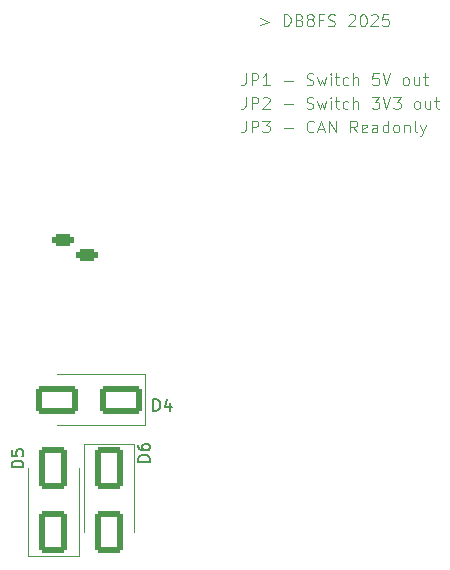
<source format=gbr>
%TF.GenerationSoftware,KiCad,Pcbnew,9.0.1*%
%TF.CreationDate,2025-05-10T22:15:22+02:00*%
%TF.ProjectId,Workcross-ReverseCam,576f726b-6372-46f7-9373-2d5265766572,rev?*%
%TF.SameCoordinates,Original*%
%TF.FileFunction,Legend,Top*%
%TF.FilePolarity,Positive*%
%FSLAX46Y46*%
G04 Gerber Fmt 4.6, Leading zero omitted, Abs format (unit mm)*
G04 Created by KiCad (PCBNEW 9.0.1) date 2025-05-10 22:15:22*
%MOMM*%
%LPD*%
G01*
G04 APERTURE LIST*
G04 Aperture macros list*
%AMRoundRect*
0 Rectangle with rounded corners*
0 $1 Rounding radius*
0 $2 $3 $4 $5 $6 $7 $8 $9 X,Y pos of 4 corners*
0 Add a 4 corners polygon primitive as box body*
4,1,4,$2,$3,$4,$5,$6,$7,$8,$9,$2,$3,0*
0 Add four circle primitives for the rounded corners*
1,1,$1+$1,$2,$3*
1,1,$1+$1,$4,$5*
1,1,$1+$1,$6,$7*
1,1,$1+$1,$8,$9*
0 Add four rect primitives between the rounded corners*
20,1,$1+$1,$2,$3,$4,$5,0*
20,1,$1+$1,$4,$5,$6,$7,0*
20,1,$1+$1,$6,$7,$8,$9,0*
20,1,$1+$1,$8,$9,$2,$3,0*%
G04 Aperture macros list end*
%ADD10C,0.100000*%
%ADD11C,0.150000*%
%ADD12C,0.120000*%
%ADD13RoundRect,0.250000X0.900000X-1.500000X0.900000X1.500000X-0.900000X1.500000X-0.900000X-1.500000X0*%
%ADD14RoundRect,0.250000X-0.900000X1.500000X-0.900000X-1.500000X0.900000X-1.500000X0.900000X1.500000X0*%
%ADD15RoundRect,0.250000X1.500000X0.900000X-1.500000X0.900000X-1.500000X-0.900000X1.500000X-0.900000X0*%
%ADD16C,1.400000*%
%ADD17R,1.700000X1.700000*%
%ADD18C,1.700000*%
%ADD19RoundRect,0.250000X-0.845000X0.620000X-0.845000X-0.620000X0.845000X-0.620000X0.845000X0.620000X0*%
%ADD20O,2.190000X1.740000*%
%ADD21R,1.800000X1.100000*%
%ADD22RoundRect,0.275000X0.625000X-0.275000X0.625000X0.275000X-0.625000X0.275000X-0.625000X-0.275000X0*%
%ADD23R,2.200000X2.200000*%
%ADD24O,2.200000X2.200000*%
%ADD25R,1.800000X1.800000*%
%ADD26O,1.800000X1.800000*%
G04 APERTURE END LIST*
D10*
X143589598Y-62872419D02*
X143589598Y-63586704D01*
X143589598Y-63586704D02*
X143541979Y-63729561D01*
X143541979Y-63729561D02*
X143446741Y-63824800D01*
X143446741Y-63824800D02*
X143303884Y-63872419D01*
X143303884Y-63872419D02*
X143208646Y-63872419D01*
X144065789Y-63872419D02*
X144065789Y-62872419D01*
X144065789Y-62872419D02*
X144446741Y-62872419D01*
X144446741Y-62872419D02*
X144541979Y-62920038D01*
X144541979Y-62920038D02*
X144589598Y-62967657D01*
X144589598Y-62967657D02*
X144637217Y-63062895D01*
X144637217Y-63062895D02*
X144637217Y-63205752D01*
X144637217Y-63205752D02*
X144589598Y-63300990D01*
X144589598Y-63300990D02*
X144541979Y-63348609D01*
X144541979Y-63348609D02*
X144446741Y-63396228D01*
X144446741Y-63396228D02*
X144065789Y-63396228D01*
X144970551Y-62872419D02*
X145589598Y-62872419D01*
X145589598Y-62872419D02*
X145256265Y-63253371D01*
X145256265Y-63253371D02*
X145399122Y-63253371D01*
X145399122Y-63253371D02*
X145494360Y-63300990D01*
X145494360Y-63300990D02*
X145541979Y-63348609D01*
X145541979Y-63348609D02*
X145589598Y-63443847D01*
X145589598Y-63443847D02*
X145589598Y-63681942D01*
X145589598Y-63681942D02*
X145541979Y-63777180D01*
X145541979Y-63777180D02*
X145494360Y-63824800D01*
X145494360Y-63824800D02*
X145399122Y-63872419D01*
X145399122Y-63872419D02*
X145113408Y-63872419D01*
X145113408Y-63872419D02*
X145018170Y-63824800D01*
X145018170Y-63824800D02*
X144970551Y-63777180D01*
X146780075Y-63491466D02*
X147541980Y-63491466D01*
X149351503Y-63777180D02*
X149303884Y-63824800D01*
X149303884Y-63824800D02*
X149161027Y-63872419D01*
X149161027Y-63872419D02*
X149065789Y-63872419D01*
X149065789Y-63872419D02*
X148922932Y-63824800D01*
X148922932Y-63824800D02*
X148827694Y-63729561D01*
X148827694Y-63729561D02*
X148780075Y-63634323D01*
X148780075Y-63634323D02*
X148732456Y-63443847D01*
X148732456Y-63443847D02*
X148732456Y-63300990D01*
X148732456Y-63300990D02*
X148780075Y-63110514D01*
X148780075Y-63110514D02*
X148827694Y-63015276D01*
X148827694Y-63015276D02*
X148922932Y-62920038D01*
X148922932Y-62920038D02*
X149065789Y-62872419D01*
X149065789Y-62872419D02*
X149161027Y-62872419D01*
X149161027Y-62872419D02*
X149303884Y-62920038D01*
X149303884Y-62920038D02*
X149351503Y-62967657D01*
X149732456Y-63586704D02*
X150208646Y-63586704D01*
X149637218Y-63872419D02*
X149970551Y-62872419D01*
X149970551Y-62872419D02*
X150303884Y-63872419D01*
X150637218Y-63872419D02*
X150637218Y-62872419D01*
X150637218Y-62872419D02*
X151208646Y-63872419D01*
X151208646Y-63872419D02*
X151208646Y-62872419D01*
X153018170Y-63872419D02*
X152684837Y-63396228D01*
X152446742Y-63872419D02*
X152446742Y-62872419D01*
X152446742Y-62872419D02*
X152827694Y-62872419D01*
X152827694Y-62872419D02*
X152922932Y-62920038D01*
X152922932Y-62920038D02*
X152970551Y-62967657D01*
X152970551Y-62967657D02*
X153018170Y-63062895D01*
X153018170Y-63062895D02*
X153018170Y-63205752D01*
X153018170Y-63205752D02*
X152970551Y-63300990D01*
X152970551Y-63300990D02*
X152922932Y-63348609D01*
X152922932Y-63348609D02*
X152827694Y-63396228D01*
X152827694Y-63396228D02*
X152446742Y-63396228D01*
X153827694Y-63824800D02*
X153732456Y-63872419D01*
X153732456Y-63872419D02*
X153541980Y-63872419D01*
X153541980Y-63872419D02*
X153446742Y-63824800D01*
X153446742Y-63824800D02*
X153399123Y-63729561D01*
X153399123Y-63729561D02*
X153399123Y-63348609D01*
X153399123Y-63348609D02*
X153446742Y-63253371D01*
X153446742Y-63253371D02*
X153541980Y-63205752D01*
X153541980Y-63205752D02*
X153732456Y-63205752D01*
X153732456Y-63205752D02*
X153827694Y-63253371D01*
X153827694Y-63253371D02*
X153875313Y-63348609D01*
X153875313Y-63348609D02*
X153875313Y-63443847D01*
X153875313Y-63443847D02*
X153399123Y-63539085D01*
X154732456Y-63872419D02*
X154732456Y-63348609D01*
X154732456Y-63348609D02*
X154684837Y-63253371D01*
X154684837Y-63253371D02*
X154589599Y-63205752D01*
X154589599Y-63205752D02*
X154399123Y-63205752D01*
X154399123Y-63205752D02*
X154303885Y-63253371D01*
X154732456Y-63824800D02*
X154637218Y-63872419D01*
X154637218Y-63872419D02*
X154399123Y-63872419D01*
X154399123Y-63872419D02*
X154303885Y-63824800D01*
X154303885Y-63824800D02*
X154256266Y-63729561D01*
X154256266Y-63729561D02*
X154256266Y-63634323D01*
X154256266Y-63634323D02*
X154303885Y-63539085D01*
X154303885Y-63539085D02*
X154399123Y-63491466D01*
X154399123Y-63491466D02*
X154637218Y-63491466D01*
X154637218Y-63491466D02*
X154732456Y-63443847D01*
X155637218Y-63872419D02*
X155637218Y-62872419D01*
X155637218Y-63824800D02*
X155541980Y-63872419D01*
X155541980Y-63872419D02*
X155351504Y-63872419D01*
X155351504Y-63872419D02*
X155256266Y-63824800D01*
X155256266Y-63824800D02*
X155208647Y-63777180D01*
X155208647Y-63777180D02*
X155161028Y-63681942D01*
X155161028Y-63681942D02*
X155161028Y-63396228D01*
X155161028Y-63396228D02*
X155208647Y-63300990D01*
X155208647Y-63300990D02*
X155256266Y-63253371D01*
X155256266Y-63253371D02*
X155351504Y-63205752D01*
X155351504Y-63205752D02*
X155541980Y-63205752D01*
X155541980Y-63205752D02*
X155637218Y-63253371D01*
X156256266Y-63872419D02*
X156161028Y-63824800D01*
X156161028Y-63824800D02*
X156113409Y-63777180D01*
X156113409Y-63777180D02*
X156065790Y-63681942D01*
X156065790Y-63681942D02*
X156065790Y-63396228D01*
X156065790Y-63396228D02*
X156113409Y-63300990D01*
X156113409Y-63300990D02*
X156161028Y-63253371D01*
X156161028Y-63253371D02*
X156256266Y-63205752D01*
X156256266Y-63205752D02*
X156399123Y-63205752D01*
X156399123Y-63205752D02*
X156494361Y-63253371D01*
X156494361Y-63253371D02*
X156541980Y-63300990D01*
X156541980Y-63300990D02*
X156589599Y-63396228D01*
X156589599Y-63396228D02*
X156589599Y-63681942D01*
X156589599Y-63681942D02*
X156541980Y-63777180D01*
X156541980Y-63777180D02*
X156494361Y-63824800D01*
X156494361Y-63824800D02*
X156399123Y-63872419D01*
X156399123Y-63872419D02*
X156256266Y-63872419D01*
X157018171Y-63205752D02*
X157018171Y-63872419D01*
X157018171Y-63300990D02*
X157065790Y-63253371D01*
X157065790Y-63253371D02*
X157161028Y-63205752D01*
X157161028Y-63205752D02*
X157303885Y-63205752D01*
X157303885Y-63205752D02*
X157399123Y-63253371D01*
X157399123Y-63253371D02*
X157446742Y-63348609D01*
X157446742Y-63348609D02*
X157446742Y-63872419D01*
X158065790Y-63872419D02*
X157970552Y-63824800D01*
X157970552Y-63824800D02*
X157922933Y-63729561D01*
X157922933Y-63729561D02*
X157922933Y-62872419D01*
X158351505Y-63205752D02*
X158589600Y-63872419D01*
X158827695Y-63205752D02*
X158589600Y-63872419D01*
X158589600Y-63872419D02*
X158494362Y-64110514D01*
X158494362Y-64110514D02*
X158446743Y-64158133D01*
X158446743Y-64158133D02*
X158351505Y-64205752D01*
X144803884Y-54205752D02*
X145565789Y-54491466D01*
X145565789Y-54491466D02*
X144803884Y-54777180D01*
X146803884Y-54872419D02*
X146803884Y-53872419D01*
X146803884Y-53872419D02*
X147041979Y-53872419D01*
X147041979Y-53872419D02*
X147184836Y-53920038D01*
X147184836Y-53920038D02*
X147280074Y-54015276D01*
X147280074Y-54015276D02*
X147327693Y-54110514D01*
X147327693Y-54110514D02*
X147375312Y-54300990D01*
X147375312Y-54300990D02*
X147375312Y-54443847D01*
X147375312Y-54443847D02*
X147327693Y-54634323D01*
X147327693Y-54634323D02*
X147280074Y-54729561D01*
X147280074Y-54729561D02*
X147184836Y-54824800D01*
X147184836Y-54824800D02*
X147041979Y-54872419D01*
X147041979Y-54872419D02*
X146803884Y-54872419D01*
X148137217Y-54348609D02*
X148280074Y-54396228D01*
X148280074Y-54396228D02*
X148327693Y-54443847D01*
X148327693Y-54443847D02*
X148375312Y-54539085D01*
X148375312Y-54539085D02*
X148375312Y-54681942D01*
X148375312Y-54681942D02*
X148327693Y-54777180D01*
X148327693Y-54777180D02*
X148280074Y-54824800D01*
X148280074Y-54824800D02*
X148184836Y-54872419D01*
X148184836Y-54872419D02*
X147803884Y-54872419D01*
X147803884Y-54872419D02*
X147803884Y-53872419D01*
X147803884Y-53872419D02*
X148137217Y-53872419D01*
X148137217Y-53872419D02*
X148232455Y-53920038D01*
X148232455Y-53920038D02*
X148280074Y-53967657D01*
X148280074Y-53967657D02*
X148327693Y-54062895D01*
X148327693Y-54062895D02*
X148327693Y-54158133D01*
X148327693Y-54158133D02*
X148280074Y-54253371D01*
X148280074Y-54253371D02*
X148232455Y-54300990D01*
X148232455Y-54300990D02*
X148137217Y-54348609D01*
X148137217Y-54348609D02*
X147803884Y-54348609D01*
X148946741Y-54300990D02*
X148851503Y-54253371D01*
X148851503Y-54253371D02*
X148803884Y-54205752D01*
X148803884Y-54205752D02*
X148756265Y-54110514D01*
X148756265Y-54110514D02*
X148756265Y-54062895D01*
X148756265Y-54062895D02*
X148803884Y-53967657D01*
X148803884Y-53967657D02*
X148851503Y-53920038D01*
X148851503Y-53920038D02*
X148946741Y-53872419D01*
X148946741Y-53872419D02*
X149137217Y-53872419D01*
X149137217Y-53872419D02*
X149232455Y-53920038D01*
X149232455Y-53920038D02*
X149280074Y-53967657D01*
X149280074Y-53967657D02*
X149327693Y-54062895D01*
X149327693Y-54062895D02*
X149327693Y-54110514D01*
X149327693Y-54110514D02*
X149280074Y-54205752D01*
X149280074Y-54205752D02*
X149232455Y-54253371D01*
X149232455Y-54253371D02*
X149137217Y-54300990D01*
X149137217Y-54300990D02*
X148946741Y-54300990D01*
X148946741Y-54300990D02*
X148851503Y-54348609D01*
X148851503Y-54348609D02*
X148803884Y-54396228D01*
X148803884Y-54396228D02*
X148756265Y-54491466D01*
X148756265Y-54491466D02*
X148756265Y-54681942D01*
X148756265Y-54681942D02*
X148803884Y-54777180D01*
X148803884Y-54777180D02*
X148851503Y-54824800D01*
X148851503Y-54824800D02*
X148946741Y-54872419D01*
X148946741Y-54872419D02*
X149137217Y-54872419D01*
X149137217Y-54872419D02*
X149232455Y-54824800D01*
X149232455Y-54824800D02*
X149280074Y-54777180D01*
X149280074Y-54777180D02*
X149327693Y-54681942D01*
X149327693Y-54681942D02*
X149327693Y-54491466D01*
X149327693Y-54491466D02*
X149280074Y-54396228D01*
X149280074Y-54396228D02*
X149232455Y-54348609D01*
X149232455Y-54348609D02*
X149137217Y-54300990D01*
X150089598Y-54348609D02*
X149756265Y-54348609D01*
X149756265Y-54872419D02*
X149756265Y-53872419D01*
X149756265Y-53872419D02*
X150232455Y-53872419D01*
X150565789Y-54824800D02*
X150708646Y-54872419D01*
X150708646Y-54872419D02*
X150946741Y-54872419D01*
X150946741Y-54872419D02*
X151041979Y-54824800D01*
X151041979Y-54824800D02*
X151089598Y-54777180D01*
X151089598Y-54777180D02*
X151137217Y-54681942D01*
X151137217Y-54681942D02*
X151137217Y-54586704D01*
X151137217Y-54586704D02*
X151089598Y-54491466D01*
X151089598Y-54491466D02*
X151041979Y-54443847D01*
X151041979Y-54443847D02*
X150946741Y-54396228D01*
X150946741Y-54396228D02*
X150756265Y-54348609D01*
X150756265Y-54348609D02*
X150661027Y-54300990D01*
X150661027Y-54300990D02*
X150613408Y-54253371D01*
X150613408Y-54253371D02*
X150565789Y-54158133D01*
X150565789Y-54158133D02*
X150565789Y-54062895D01*
X150565789Y-54062895D02*
X150613408Y-53967657D01*
X150613408Y-53967657D02*
X150661027Y-53920038D01*
X150661027Y-53920038D02*
X150756265Y-53872419D01*
X150756265Y-53872419D02*
X150994360Y-53872419D01*
X150994360Y-53872419D02*
X151137217Y-53920038D01*
X152280075Y-53967657D02*
X152327694Y-53920038D01*
X152327694Y-53920038D02*
X152422932Y-53872419D01*
X152422932Y-53872419D02*
X152661027Y-53872419D01*
X152661027Y-53872419D02*
X152756265Y-53920038D01*
X152756265Y-53920038D02*
X152803884Y-53967657D01*
X152803884Y-53967657D02*
X152851503Y-54062895D01*
X152851503Y-54062895D02*
X152851503Y-54158133D01*
X152851503Y-54158133D02*
X152803884Y-54300990D01*
X152803884Y-54300990D02*
X152232456Y-54872419D01*
X152232456Y-54872419D02*
X152851503Y-54872419D01*
X153470551Y-53872419D02*
X153565789Y-53872419D01*
X153565789Y-53872419D02*
X153661027Y-53920038D01*
X153661027Y-53920038D02*
X153708646Y-53967657D01*
X153708646Y-53967657D02*
X153756265Y-54062895D01*
X153756265Y-54062895D02*
X153803884Y-54253371D01*
X153803884Y-54253371D02*
X153803884Y-54491466D01*
X153803884Y-54491466D02*
X153756265Y-54681942D01*
X153756265Y-54681942D02*
X153708646Y-54777180D01*
X153708646Y-54777180D02*
X153661027Y-54824800D01*
X153661027Y-54824800D02*
X153565789Y-54872419D01*
X153565789Y-54872419D02*
X153470551Y-54872419D01*
X153470551Y-54872419D02*
X153375313Y-54824800D01*
X153375313Y-54824800D02*
X153327694Y-54777180D01*
X153327694Y-54777180D02*
X153280075Y-54681942D01*
X153280075Y-54681942D02*
X153232456Y-54491466D01*
X153232456Y-54491466D02*
X153232456Y-54253371D01*
X153232456Y-54253371D02*
X153280075Y-54062895D01*
X153280075Y-54062895D02*
X153327694Y-53967657D01*
X153327694Y-53967657D02*
X153375313Y-53920038D01*
X153375313Y-53920038D02*
X153470551Y-53872419D01*
X154184837Y-53967657D02*
X154232456Y-53920038D01*
X154232456Y-53920038D02*
X154327694Y-53872419D01*
X154327694Y-53872419D02*
X154565789Y-53872419D01*
X154565789Y-53872419D02*
X154661027Y-53920038D01*
X154661027Y-53920038D02*
X154708646Y-53967657D01*
X154708646Y-53967657D02*
X154756265Y-54062895D01*
X154756265Y-54062895D02*
X154756265Y-54158133D01*
X154756265Y-54158133D02*
X154708646Y-54300990D01*
X154708646Y-54300990D02*
X154137218Y-54872419D01*
X154137218Y-54872419D02*
X154756265Y-54872419D01*
X155661027Y-53872419D02*
X155184837Y-53872419D01*
X155184837Y-53872419D02*
X155137218Y-54348609D01*
X155137218Y-54348609D02*
X155184837Y-54300990D01*
X155184837Y-54300990D02*
X155280075Y-54253371D01*
X155280075Y-54253371D02*
X155518170Y-54253371D01*
X155518170Y-54253371D02*
X155613408Y-54300990D01*
X155613408Y-54300990D02*
X155661027Y-54348609D01*
X155661027Y-54348609D02*
X155708646Y-54443847D01*
X155708646Y-54443847D02*
X155708646Y-54681942D01*
X155708646Y-54681942D02*
X155661027Y-54777180D01*
X155661027Y-54777180D02*
X155613408Y-54824800D01*
X155613408Y-54824800D02*
X155518170Y-54872419D01*
X155518170Y-54872419D02*
X155280075Y-54872419D01*
X155280075Y-54872419D02*
X155184837Y-54824800D01*
X155184837Y-54824800D02*
X155137218Y-54777180D01*
X143589598Y-58872419D02*
X143589598Y-59586704D01*
X143589598Y-59586704D02*
X143541979Y-59729561D01*
X143541979Y-59729561D02*
X143446741Y-59824800D01*
X143446741Y-59824800D02*
X143303884Y-59872419D01*
X143303884Y-59872419D02*
X143208646Y-59872419D01*
X144065789Y-59872419D02*
X144065789Y-58872419D01*
X144065789Y-58872419D02*
X144446741Y-58872419D01*
X144446741Y-58872419D02*
X144541979Y-58920038D01*
X144541979Y-58920038D02*
X144589598Y-58967657D01*
X144589598Y-58967657D02*
X144637217Y-59062895D01*
X144637217Y-59062895D02*
X144637217Y-59205752D01*
X144637217Y-59205752D02*
X144589598Y-59300990D01*
X144589598Y-59300990D02*
X144541979Y-59348609D01*
X144541979Y-59348609D02*
X144446741Y-59396228D01*
X144446741Y-59396228D02*
X144065789Y-59396228D01*
X145589598Y-59872419D02*
X145018170Y-59872419D01*
X145303884Y-59872419D02*
X145303884Y-58872419D01*
X145303884Y-58872419D02*
X145208646Y-59015276D01*
X145208646Y-59015276D02*
X145113408Y-59110514D01*
X145113408Y-59110514D02*
X145018170Y-59158133D01*
X146780075Y-59491466D02*
X147541980Y-59491466D01*
X148732456Y-59824800D02*
X148875313Y-59872419D01*
X148875313Y-59872419D02*
X149113408Y-59872419D01*
X149113408Y-59872419D02*
X149208646Y-59824800D01*
X149208646Y-59824800D02*
X149256265Y-59777180D01*
X149256265Y-59777180D02*
X149303884Y-59681942D01*
X149303884Y-59681942D02*
X149303884Y-59586704D01*
X149303884Y-59586704D02*
X149256265Y-59491466D01*
X149256265Y-59491466D02*
X149208646Y-59443847D01*
X149208646Y-59443847D02*
X149113408Y-59396228D01*
X149113408Y-59396228D02*
X148922932Y-59348609D01*
X148922932Y-59348609D02*
X148827694Y-59300990D01*
X148827694Y-59300990D02*
X148780075Y-59253371D01*
X148780075Y-59253371D02*
X148732456Y-59158133D01*
X148732456Y-59158133D02*
X148732456Y-59062895D01*
X148732456Y-59062895D02*
X148780075Y-58967657D01*
X148780075Y-58967657D02*
X148827694Y-58920038D01*
X148827694Y-58920038D02*
X148922932Y-58872419D01*
X148922932Y-58872419D02*
X149161027Y-58872419D01*
X149161027Y-58872419D02*
X149303884Y-58920038D01*
X149637218Y-59205752D02*
X149827694Y-59872419D01*
X149827694Y-59872419D02*
X150018170Y-59396228D01*
X150018170Y-59396228D02*
X150208646Y-59872419D01*
X150208646Y-59872419D02*
X150399122Y-59205752D01*
X150780075Y-59872419D02*
X150780075Y-59205752D01*
X150780075Y-58872419D02*
X150732456Y-58920038D01*
X150732456Y-58920038D02*
X150780075Y-58967657D01*
X150780075Y-58967657D02*
X150827694Y-58920038D01*
X150827694Y-58920038D02*
X150780075Y-58872419D01*
X150780075Y-58872419D02*
X150780075Y-58967657D01*
X151113408Y-59205752D02*
X151494360Y-59205752D01*
X151256265Y-58872419D02*
X151256265Y-59729561D01*
X151256265Y-59729561D02*
X151303884Y-59824800D01*
X151303884Y-59824800D02*
X151399122Y-59872419D01*
X151399122Y-59872419D02*
X151494360Y-59872419D01*
X152256265Y-59824800D02*
X152161027Y-59872419D01*
X152161027Y-59872419D02*
X151970551Y-59872419D01*
X151970551Y-59872419D02*
X151875313Y-59824800D01*
X151875313Y-59824800D02*
X151827694Y-59777180D01*
X151827694Y-59777180D02*
X151780075Y-59681942D01*
X151780075Y-59681942D02*
X151780075Y-59396228D01*
X151780075Y-59396228D02*
X151827694Y-59300990D01*
X151827694Y-59300990D02*
X151875313Y-59253371D01*
X151875313Y-59253371D02*
X151970551Y-59205752D01*
X151970551Y-59205752D02*
X152161027Y-59205752D01*
X152161027Y-59205752D02*
X152256265Y-59253371D01*
X152684837Y-59872419D02*
X152684837Y-58872419D01*
X153113408Y-59872419D02*
X153113408Y-59348609D01*
X153113408Y-59348609D02*
X153065789Y-59253371D01*
X153065789Y-59253371D02*
X152970551Y-59205752D01*
X152970551Y-59205752D02*
X152827694Y-59205752D01*
X152827694Y-59205752D02*
X152732456Y-59253371D01*
X152732456Y-59253371D02*
X152684837Y-59300990D01*
X154827694Y-58872419D02*
X154351504Y-58872419D01*
X154351504Y-58872419D02*
X154303885Y-59348609D01*
X154303885Y-59348609D02*
X154351504Y-59300990D01*
X154351504Y-59300990D02*
X154446742Y-59253371D01*
X154446742Y-59253371D02*
X154684837Y-59253371D01*
X154684837Y-59253371D02*
X154780075Y-59300990D01*
X154780075Y-59300990D02*
X154827694Y-59348609D01*
X154827694Y-59348609D02*
X154875313Y-59443847D01*
X154875313Y-59443847D02*
X154875313Y-59681942D01*
X154875313Y-59681942D02*
X154827694Y-59777180D01*
X154827694Y-59777180D02*
X154780075Y-59824800D01*
X154780075Y-59824800D02*
X154684837Y-59872419D01*
X154684837Y-59872419D02*
X154446742Y-59872419D01*
X154446742Y-59872419D02*
X154351504Y-59824800D01*
X154351504Y-59824800D02*
X154303885Y-59777180D01*
X155161028Y-58872419D02*
X155494361Y-59872419D01*
X155494361Y-59872419D02*
X155827694Y-58872419D01*
X157065790Y-59872419D02*
X156970552Y-59824800D01*
X156970552Y-59824800D02*
X156922933Y-59777180D01*
X156922933Y-59777180D02*
X156875314Y-59681942D01*
X156875314Y-59681942D02*
X156875314Y-59396228D01*
X156875314Y-59396228D02*
X156922933Y-59300990D01*
X156922933Y-59300990D02*
X156970552Y-59253371D01*
X156970552Y-59253371D02*
X157065790Y-59205752D01*
X157065790Y-59205752D02*
X157208647Y-59205752D01*
X157208647Y-59205752D02*
X157303885Y-59253371D01*
X157303885Y-59253371D02*
X157351504Y-59300990D01*
X157351504Y-59300990D02*
X157399123Y-59396228D01*
X157399123Y-59396228D02*
X157399123Y-59681942D01*
X157399123Y-59681942D02*
X157351504Y-59777180D01*
X157351504Y-59777180D02*
X157303885Y-59824800D01*
X157303885Y-59824800D02*
X157208647Y-59872419D01*
X157208647Y-59872419D02*
X157065790Y-59872419D01*
X158256266Y-59205752D02*
X158256266Y-59872419D01*
X157827695Y-59205752D02*
X157827695Y-59729561D01*
X157827695Y-59729561D02*
X157875314Y-59824800D01*
X157875314Y-59824800D02*
X157970552Y-59872419D01*
X157970552Y-59872419D02*
X158113409Y-59872419D01*
X158113409Y-59872419D02*
X158208647Y-59824800D01*
X158208647Y-59824800D02*
X158256266Y-59777180D01*
X158589600Y-59205752D02*
X158970552Y-59205752D01*
X158732457Y-58872419D02*
X158732457Y-59729561D01*
X158732457Y-59729561D02*
X158780076Y-59824800D01*
X158780076Y-59824800D02*
X158875314Y-59872419D01*
X158875314Y-59872419D02*
X158970552Y-59872419D01*
X143589598Y-60872419D02*
X143589598Y-61586704D01*
X143589598Y-61586704D02*
X143541979Y-61729561D01*
X143541979Y-61729561D02*
X143446741Y-61824800D01*
X143446741Y-61824800D02*
X143303884Y-61872419D01*
X143303884Y-61872419D02*
X143208646Y-61872419D01*
X144065789Y-61872419D02*
X144065789Y-60872419D01*
X144065789Y-60872419D02*
X144446741Y-60872419D01*
X144446741Y-60872419D02*
X144541979Y-60920038D01*
X144541979Y-60920038D02*
X144589598Y-60967657D01*
X144589598Y-60967657D02*
X144637217Y-61062895D01*
X144637217Y-61062895D02*
X144637217Y-61205752D01*
X144637217Y-61205752D02*
X144589598Y-61300990D01*
X144589598Y-61300990D02*
X144541979Y-61348609D01*
X144541979Y-61348609D02*
X144446741Y-61396228D01*
X144446741Y-61396228D02*
X144065789Y-61396228D01*
X145018170Y-60967657D02*
X145065789Y-60920038D01*
X145065789Y-60920038D02*
X145161027Y-60872419D01*
X145161027Y-60872419D02*
X145399122Y-60872419D01*
X145399122Y-60872419D02*
X145494360Y-60920038D01*
X145494360Y-60920038D02*
X145541979Y-60967657D01*
X145541979Y-60967657D02*
X145589598Y-61062895D01*
X145589598Y-61062895D02*
X145589598Y-61158133D01*
X145589598Y-61158133D02*
X145541979Y-61300990D01*
X145541979Y-61300990D02*
X144970551Y-61872419D01*
X144970551Y-61872419D02*
X145589598Y-61872419D01*
X146780075Y-61491466D02*
X147541980Y-61491466D01*
X148732456Y-61824800D02*
X148875313Y-61872419D01*
X148875313Y-61872419D02*
X149113408Y-61872419D01*
X149113408Y-61872419D02*
X149208646Y-61824800D01*
X149208646Y-61824800D02*
X149256265Y-61777180D01*
X149256265Y-61777180D02*
X149303884Y-61681942D01*
X149303884Y-61681942D02*
X149303884Y-61586704D01*
X149303884Y-61586704D02*
X149256265Y-61491466D01*
X149256265Y-61491466D02*
X149208646Y-61443847D01*
X149208646Y-61443847D02*
X149113408Y-61396228D01*
X149113408Y-61396228D02*
X148922932Y-61348609D01*
X148922932Y-61348609D02*
X148827694Y-61300990D01*
X148827694Y-61300990D02*
X148780075Y-61253371D01*
X148780075Y-61253371D02*
X148732456Y-61158133D01*
X148732456Y-61158133D02*
X148732456Y-61062895D01*
X148732456Y-61062895D02*
X148780075Y-60967657D01*
X148780075Y-60967657D02*
X148827694Y-60920038D01*
X148827694Y-60920038D02*
X148922932Y-60872419D01*
X148922932Y-60872419D02*
X149161027Y-60872419D01*
X149161027Y-60872419D02*
X149303884Y-60920038D01*
X149637218Y-61205752D02*
X149827694Y-61872419D01*
X149827694Y-61872419D02*
X150018170Y-61396228D01*
X150018170Y-61396228D02*
X150208646Y-61872419D01*
X150208646Y-61872419D02*
X150399122Y-61205752D01*
X150780075Y-61872419D02*
X150780075Y-61205752D01*
X150780075Y-60872419D02*
X150732456Y-60920038D01*
X150732456Y-60920038D02*
X150780075Y-60967657D01*
X150780075Y-60967657D02*
X150827694Y-60920038D01*
X150827694Y-60920038D02*
X150780075Y-60872419D01*
X150780075Y-60872419D02*
X150780075Y-60967657D01*
X151113408Y-61205752D02*
X151494360Y-61205752D01*
X151256265Y-60872419D02*
X151256265Y-61729561D01*
X151256265Y-61729561D02*
X151303884Y-61824800D01*
X151303884Y-61824800D02*
X151399122Y-61872419D01*
X151399122Y-61872419D02*
X151494360Y-61872419D01*
X152256265Y-61824800D02*
X152161027Y-61872419D01*
X152161027Y-61872419D02*
X151970551Y-61872419D01*
X151970551Y-61872419D02*
X151875313Y-61824800D01*
X151875313Y-61824800D02*
X151827694Y-61777180D01*
X151827694Y-61777180D02*
X151780075Y-61681942D01*
X151780075Y-61681942D02*
X151780075Y-61396228D01*
X151780075Y-61396228D02*
X151827694Y-61300990D01*
X151827694Y-61300990D02*
X151875313Y-61253371D01*
X151875313Y-61253371D02*
X151970551Y-61205752D01*
X151970551Y-61205752D02*
X152161027Y-61205752D01*
X152161027Y-61205752D02*
X152256265Y-61253371D01*
X152684837Y-61872419D02*
X152684837Y-60872419D01*
X153113408Y-61872419D02*
X153113408Y-61348609D01*
X153113408Y-61348609D02*
X153065789Y-61253371D01*
X153065789Y-61253371D02*
X152970551Y-61205752D01*
X152970551Y-61205752D02*
X152827694Y-61205752D01*
X152827694Y-61205752D02*
X152732456Y-61253371D01*
X152732456Y-61253371D02*
X152684837Y-61300990D01*
X154256266Y-60872419D02*
X154875313Y-60872419D01*
X154875313Y-60872419D02*
X154541980Y-61253371D01*
X154541980Y-61253371D02*
X154684837Y-61253371D01*
X154684837Y-61253371D02*
X154780075Y-61300990D01*
X154780075Y-61300990D02*
X154827694Y-61348609D01*
X154827694Y-61348609D02*
X154875313Y-61443847D01*
X154875313Y-61443847D02*
X154875313Y-61681942D01*
X154875313Y-61681942D02*
X154827694Y-61777180D01*
X154827694Y-61777180D02*
X154780075Y-61824800D01*
X154780075Y-61824800D02*
X154684837Y-61872419D01*
X154684837Y-61872419D02*
X154399123Y-61872419D01*
X154399123Y-61872419D02*
X154303885Y-61824800D01*
X154303885Y-61824800D02*
X154256266Y-61777180D01*
X155161028Y-60872419D02*
X155494361Y-61872419D01*
X155494361Y-61872419D02*
X155827694Y-60872419D01*
X156065790Y-60872419D02*
X156684837Y-60872419D01*
X156684837Y-60872419D02*
X156351504Y-61253371D01*
X156351504Y-61253371D02*
X156494361Y-61253371D01*
X156494361Y-61253371D02*
X156589599Y-61300990D01*
X156589599Y-61300990D02*
X156637218Y-61348609D01*
X156637218Y-61348609D02*
X156684837Y-61443847D01*
X156684837Y-61443847D02*
X156684837Y-61681942D01*
X156684837Y-61681942D02*
X156637218Y-61777180D01*
X156637218Y-61777180D02*
X156589599Y-61824800D01*
X156589599Y-61824800D02*
X156494361Y-61872419D01*
X156494361Y-61872419D02*
X156208647Y-61872419D01*
X156208647Y-61872419D02*
X156113409Y-61824800D01*
X156113409Y-61824800D02*
X156065790Y-61777180D01*
X158018171Y-61872419D02*
X157922933Y-61824800D01*
X157922933Y-61824800D02*
X157875314Y-61777180D01*
X157875314Y-61777180D02*
X157827695Y-61681942D01*
X157827695Y-61681942D02*
X157827695Y-61396228D01*
X157827695Y-61396228D02*
X157875314Y-61300990D01*
X157875314Y-61300990D02*
X157922933Y-61253371D01*
X157922933Y-61253371D02*
X158018171Y-61205752D01*
X158018171Y-61205752D02*
X158161028Y-61205752D01*
X158161028Y-61205752D02*
X158256266Y-61253371D01*
X158256266Y-61253371D02*
X158303885Y-61300990D01*
X158303885Y-61300990D02*
X158351504Y-61396228D01*
X158351504Y-61396228D02*
X158351504Y-61681942D01*
X158351504Y-61681942D02*
X158303885Y-61777180D01*
X158303885Y-61777180D02*
X158256266Y-61824800D01*
X158256266Y-61824800D02*
X158161028Y-61872419D01*
X158161028Y-61872419D02*
X158018171Y-61872419D01*
X159208647Y-61205752D02*
X159208647Y-61872419D01*
X158780076Y-61205752D02*
X158780076Y-61729561D01*
X158780076Y-61729561D02*
X158827695Y-61824800D01*
X158827695Y-61824800D02*
X158922933Y-61872419D01*
X158922933Y-61872419D02*
X159065790Y-61872419D01*
X159065790Y-61872419D02*
X159161028Y-61824800D01*
X159161028Y-61824800D02*
X159208647Y-61777180D01*
X159541981Y-61205752D02*
X159922933Y-61205752D01*
X159684838Y-60872419D02*
X159684838Y-61729561D01*
X159684838Y-61729561D02*
X159732457Y-61824800D01*
X159732457Y-61824800D02*
X159827695Y-61872419D01*
X159827695Y-61872419D02*
X159922933Y-61872419D01*
D11*
X124754819Y-92238094D02*
X123754819Y-92238094D01*
X123754819Y-92238094D02*
X123754819Y-91999999D01*
X123754819Y-91999999D02*
X123802438Y-91857142D01*
X123802438Y-91857142D02*
X123897676Y-91761904D01*
X123897676Y-91761904D02*
X123992914Y-91714285D01*
X123992914Y-91714285D02*
X124183390Y-91666666D01*
X124183390Y-91666666D02*
X124326247Y-91666666D01*
X124326247Y-91666666D02*
X124516723Y-91714285D01*
X124516723Y-91714285D02*
X124611961Y-91761904D01*
X124611961Y-91761904D02*
X124707200Y-91857142D01*
X124707200Y-91857142D02*
X124754819Y-91999999D01*
X124754819Y-91999999D02*
X124754819Y-92238094D01*
X123754819Y-90761904D02*
X123754819Y-91238094D01*
X123754819Y-91238094D02*
X124231009Y-91285713D01*
X124231009Y-91285713D02*
X124183390Y-91238094D01*
X124183390Y-91238094D02*
X124135771Y-91142856D01*
X124135771Y-91142856D02*
X124135771Y-90904761D01*
X124135771Y-90904761D02*
X124183390Y-90809523D01*
X124183390Y-90809523D02*
X124231009Y-90761904D01*
X124231009Y-90761904D02*
X124326247Y-90714285D01*
X124326247Y-90714285D02*
X124564342Y-90714285D01*
X124564342Y-90714285D02*
X124659580Y-90761904D01*
X124659580Y-90761904D02*
X124707200Y-90809523D01*
X124707200Y-90809523D02*
X124754819Y-90904761D01*
X124754819Y-90904761D02*
X124754819Y-91142856D01*
X124754819Y-91142856D02*
X124707200Y-91238094D01*
X124707200Y-91238094D02*
X124659580Y-91285713D01*
X135454819Y-91738094D02*
X134454819Y-91738094D01*
X134454819Y-91738094D02*
X134454819Y-91499999D01*
X134454819Y-91499999D02*
X134502438Y-91357142D01*
X134502438Y-91357142D02*
X134597676Y-91261904D01*
X134597676Y-91261904D02*
X134692914Y-91214285D01*
X134692914Y-91214285D02*
X134883390Y-91166666D01*
X134883390Y-91166666D02*
X135026247Y-91166666D01*
X135026247Y-91166666D02*
X135216723Y-91214285D01*
X135216723Y-91214285D02*
X135311961Y-91261904D01*
X135311961Y-91261904D02*
X135407200Y-91357142D01*
X135407200Y-91357142D02*
X135454819Y-91499999D01*
X135454819Y-91499999D02*
X135454819Y-91738094D01*
X134454819Y-90309523D02*
X134454819Y-90499999D01*
X134454819Y-90499999D02*
X134502438Y-90595237D01*
X134502438Y-90595237D02*
X134550057Y-90642856D01*
X134550057Y-90642856D02*
X134692914Y-90738094D01*
X134692914Y-90738094D02*
X134883390Y-90785713D01*
X134883390Y-90785713D02*
X135264342Y-90785713D01*
X135264342Y-90785713D02*
X135359580Y-90738094D01*
X135359580Y-90738094D02*
X135407200Y-90690475D01*
X135407200Y-90690475D02*
X135454819Y-90595237D01*
X135454819Y-90595237D02*
X135454819Y-90404761D01*
X135454819Y-90404761D02*
X135407200Y-90309523D01*
X135407200Y-90309523D02*
X135359580Y-90261904D01*
X135359580Y-90261904D02*
X135264342Y-90214285D01*
X135264342Y-90214285D02*
X135026247Y-90214285D01*
X135026247Y-90214285D02*
X134931009Y-90261904D01*
X134931009Y-90261904D02*
X134883390Y-90309523D01*
X134883390Y-90309523D02*
X134835771Y-90404761D01*
X134835771Y-90404761D02*
X134835771Y-90595237D01*
X134835771Y-90595237D02*
X134883390Y-90690475D01*
X134883390Y-90690475D02*
X134931009Y-90738094D01*
X134931009Y-90738094D02*
X135026247Y-90785713D01*
X135761905Y-87454819D02*
X135761905Y-86454819D01*
X135761905Y-86454819D02*
X136000000Y-86454819D01*
X136000000Y-86454819D02*
X136142857Y-86502438D01*
X136142857Y-86502438D02*
X136238095Y-86597676D01*
X136238095Y-86597676D02*
X136285714Y-86692914D01*
X136285714Y-86692914D02*
X136333333Y-86883390D01*
X136333333Y-86883390D02*
X136333333Y-87026247D01*
X136333333Y-87026247D02*
X136285714Y-87216723D01*
X136285714Y-87216723D02*
X136238095Y-87311961D01*
X136238095Y-87311961D02*
X136142857Y-87407200D01*
X136142857Y-87407200D02*
X136000000Y-87454819D01*
X136000000Y-87454819D02*
X135761905Y-87454819D01*
X137190476Y-86788152D02*
X137190476Y-87454819D01*
X136952381Y-86407200D02*
X136714286Y-87121485D01*
X136714286Y-87121485D02*
X137333333Y-87121485D01*
D12*
%TO.C,D5*%
X125150000Y-99710000D02*
X125150000Y-92300000D01*
X125150000Y-99710000D02*
X129450000Y-99710000D01*
X129450000Y-99710000D02*
X129450000Y-92300000D01*
%TO.C,D6*%
X129850000Y-90290000D02*
X129850000Y-97700000D01*
X134150000Y-90290000D02*
X129850000Y-90290000D01*
X134150000Y-90290000D02*
X134150000Y-97700000D01*
%TO.C,D4*%
X135010000Y-84350000D02*
X127600000Y-84350000D01*
X135010000Y-88650000D02*
X127600000Y-88650000D01*
X135010000Y-88650000D02*
X135010000Y-84350000D01*
%TD*%
%LPC*%
D13*
%TO.C,D5*%
X127300000Y-97700000D03*
X127300000Y-92300000D03*
%TD*%
D14*
%TO.C,D6*%
X132000000Y-92300000D03*
X132000000Y-97700000D03*
%TD*%
D15*
%TO.C,D4*%
X133000000Y-86500000D03*
X127600000Y-86500000D03*
%TD*%
D16*
%TO.C,JP1*%
X117750000Y-54000000D03*
X120290000Y-54000000D03*
%TD*%
%TO.C,JP2*%
X130250000Y-79500000D03*
X127710000Y-79500000D03*
%TD*%
D17*
%TO.C,J3*%
X183000000Y-108885000D03*
D18*
X180460000Y-108885000D03*
X177920000Y-108885000D03*
%TD*%
D17*
%TO.C,J2*%
X132040000Y-104000000D03*
D18*
X129500000Y-104000000D03*
X126960000Y-104000000D03*
X124420000Y-104000000D03*
%TD*%
D19*
%TO.C,J1*%
X197520000Y-56000000D03*
D20*
X197520000Y-58540000D03*
%TD*%
D21*
%TO.C,U6*%
X128100000Y-75500000D03*
D22*
X130170000Y-74230000D03*
X128100000Y-72960000D03*
%TD*%
D23*
%TO.C,D10*%
X146920000Y-78000000D03*
D24*
X157080000Y-78000000D03*
%TD*%
D23*
%TO.C,D9*%
X166000000Y-53500000D03*
D24*
X166000000Y-63660000D03*
%TD*%
D17*
%TO.C,J4*%
X118040000Y-104000000D03*
D18*
X115500000Y-104000000D03*
X112960000Y-104000000D03*
X110420000Y-104000000D03*
%TD*%
D25*
%TO.C,D8*%
X173690000Y-53500000D03*
D26*
X181310000Y-53500000D03*
%TD*%
D25*
%TO.C,D13*%
X117810000Y-109500000D03*
D26*
X110190000Y-109500000D03*
%TD*%
D17*
%TO.C,J5*%
X168500000Y-104000000D03*
D18*
X165960000Y-104000000D03*
%TD*%
%LPD*%
M02*

</source>
